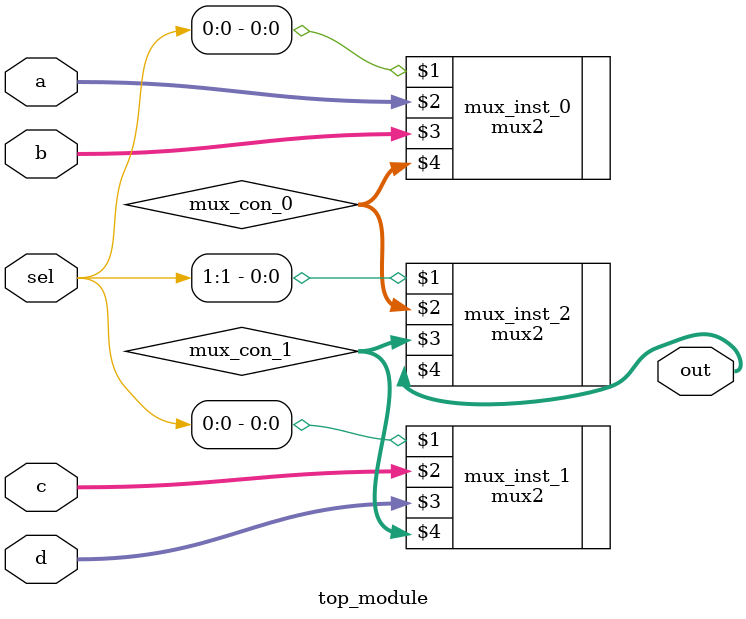
<source format=v>

module top_module (
    input [1:0] sel,
    input [7:0] a,
    input [7:0] b,
    input [7:0] c,
    input [7:0] d,
    output [7:0] out  ); 

    wire [7:0] mux_con_0, mux_con_1;
    mux2 mux_inst_0 ( sel[0],    a,    b, mux_con_0 );
    mux2 mux_inst_1 ( sel[0],    c,    d, mux_con_1 );
    mux2 mux_inst_2 ( sel[1], mux_con_0, mux_con_1,  out );

endmodule
</source>
